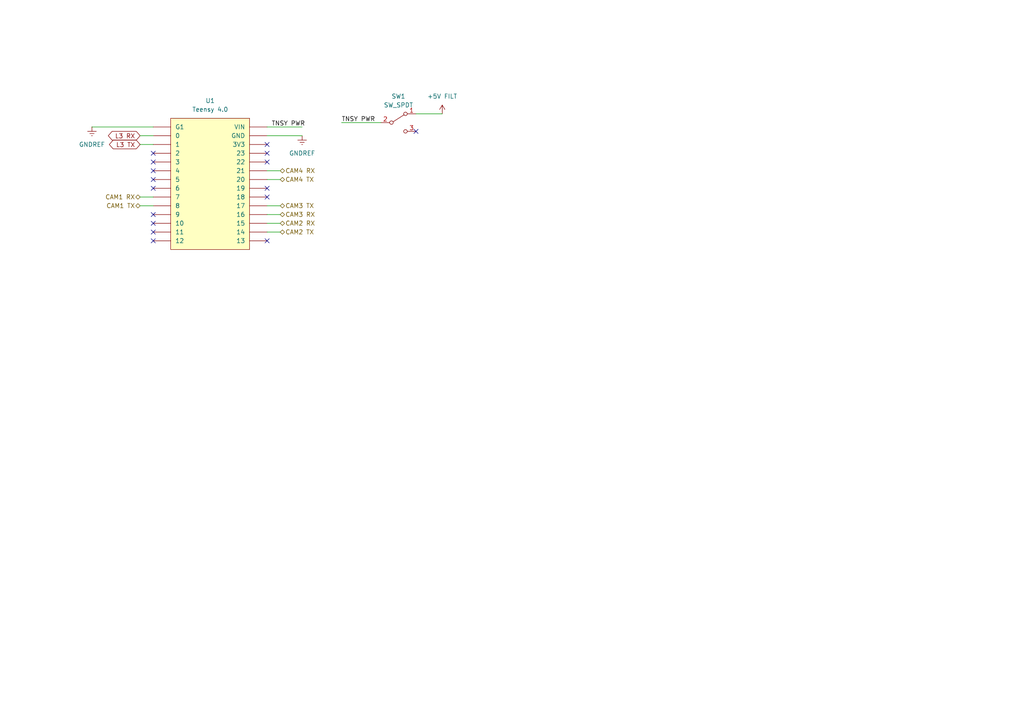
<source format=kicad_sch>
(kicad_sch (version 20231120) (generator "eeschema") (generator_version "8.0")
  (paper "A4")
  (lib_symbols
    (symbol "Library:Teensy 4.0" (pin_numbers hide) (pin_names (offset 1.27)) (in_bom no)
      (property "Reference" "U" (at -11.43 20.828 0))
      (property "Value" "Teensy 4.0" (at -11.43 -20.32 0))
      (symbol "Teensy 4.0_0_0"
        (rectangle (start -11.43 20.32) (end 11.43 -17.78) (stroke (width 0.1524)) (fill (type background)))
        (pin bidirectional line (at -16.51 10.16 0) (length 5.08) (name "2") (number "2"))
        (pin bidirectional line (at -16.51 7.62 0) (length 5.08) (name "3") (number "3"))
        (pin bidirectional line (at -16.51 5.08 0) (length 5.08) (name "4") (number "4"))
        (pin bidirectional line (at -16.51 2.54 0) (length 5.08) (name "5") (number "5"))
        (pin bidirectional line (at -16.51 0 0) (length 5.08) (name "6") (number "6"))
        (pin bidirectional line (at -16.51 -7.62 0) (length 5.08) (name "9") (number "9"))
        (pin power_in line (at -16.51 17.78 0) (length 5.08) (name "G1") (number "G1"))
        (pin power_in line (at 16.51 17.78 180) (length 5.08) (name "VIN") (number "VIN"))
      )
      (symbol "Teensy 4.0_1_0"
        (pin bidirectional line (at -16.51 15.24 0) (length 5.08) (name "0") (number "0"))
        (pin bidirectional line (at -16.51 12.7 0) (length 5.08) (name "1") (number "1"))
        (pin bidirectional line (at -16.51 -10.16 0) (length 5.08) (name "10") (number "10"))
        (pin bidirectional line (at -16.51 -12.7 0) (length 5.08) (name "11") (number "11"))
        (pin bidirectional line (at -16.51 -15.24 0) (length 5.08) (name "12") (number "12"))
        (pin bidirectional line (at 16.51 -15.24 180) (length 5.08) (name "13") (number "13"))
        (pin bidirectional line (at 16.51 -12.7 180) (length 5.08) (name "14") (number "14"))
        (pin bidirectional line (at 16.51 -10.16 180) (length 5.08) (name "15") (number "15"))
        (pin bidirectional line (at 16.51 -7.62 180) (length 5.08) (name "16") (number "16"))
        (pin bidirectional line (at 16.51 -5.08 180) (length 5.08) (name "17") (number "17"))
        (pin bidirectional line (at 16.51 -2.54 180) (length 5.08) (name "18") (number "18"))
        (pin bidirectional line (at 16.51 0 180) (length 5.08) (name "19") (number "19"))
        (pin bidirectional line (at 16.51 2.54 180) (length 5.08) (name "20") (number "20"))
        (pin bidirectional line (at 16.51 5.08 180) (length 5.08) (name "21") (number "21"))
        (pin bidirectional line (at 16.51 7.62 180) (length 5.08) (name "22") (number "22"))
        (pin bidirectional line (at 16.51 10.16 180) (length 5.08) (name "23") (number "23"))
        (pin power_in line (at 16.51 12.7 180) (length 5.08) (name "3V3") (number "3.3V_2"))
        (pin bidirectional line (at -16.51 -2.54 0) (length 5.08) (name "7") (number "7"))
        (pin bidirectional line (at -16.51 -5.08 0) (length 5.08) (name "8") (number "8"))
        (pin power_in line (at 16.51 15.24 180) (length 5.08) (name "GND") (number "G3"))
      )
    )
    (symbol "Switch:SW_SPDT" (pin_names (offset 0) hide)
      (property "Reference" "SW" (at 0 4.318 0))
      (property "Value" "SW_SPDT" (at 0 -5.08 0))
      (symbol "SW_SPDT_0_0"
        (circle (center -2.032 0) (radius 0.508))
        (circle (center 2.032 -2.54) (radius 0.508))
      )
      (symbol "SW_SPDT_0_1"
        (polyline (pts (xy -1.524 0.254) (xy 1.651 2.286)))
        (circle (center 2.032 2.54) (radius 0.508))
      )
      (symbol "SW_SPDT_1_1"
        (pin passive line (at 5.08 2.54 180) (length 2.54) (name "A") (number "1"))
        (pin passive line (at -5.08 0 0) (length 2.54) (name "B") (number "2"))
        (pin passive line (at 5.08 -2.54 180) (length 2.54) (name "C") (number "3"))
      )
    )
    (symbol "power:+5V" (power) (pin_names (offset 0))
      (property "Value" "+5V" (at 0 3.556 0))
      (symbol "+5V_0_1"
        (polyline (pts (xy -0.762 1.27) (xy 0 2.54)))
        (polyline (pts (xy 0 0) (xy 0 2.54)))
        (polyline (pts (xy 0 2.54) (xy 0.762 1.27)))
      )
      (symbol "+5V_1_1"
        (pin power_in line (at 0 0 90) (length 0) hide (name "+5V") (number "1"))
      )
    )
    (symbol "power:GNDREF" (power) (pin_numbers hide) (pin_names (offset 0) hide)
      (property "Value" "GNDREF" (at 0 -3.81 0))
      (symbol "GNDREF_0_1"
        (polyline (pts (xy -0.635 -1.905) (xy 0.635 -1.905)))
        (polyline (pts (xy -0.127 -2.54) (xy 0.127 -2.54)))
        (polyline (pts (xy 0 -1.27) (xy 0 0)))
        (polyline (pts (xy 1.27 -1.27) (xy -1.27 -1.27)))
      )
      (symbol "GNDREF_1_1"
        (pin power_in line (at 0 0 270) (length 0) (name "~") (number "1"))
      )
    )
  )
  (no_connect (at 44.45 62.23))
  (no_connect (at 44.45 44.45))
  (no_connect (at 44.45 54.61))
  (no_connect (at 44.45 49.53))
  (no_connect (at 77.47 44.45))
  (no_connect (at 44.45 67.31))
  (no_connect (at 44.45 69.85))
  (no_connect (at 120.65 38.1))
  (no_connect (at 77.47 69.85))
  (no_connect (at 77.47 46.99))
  (no_connect (at 77.47 41.91))
  (no_connect (at 77.47 57.15))
  (no_connect (at 44.45 46.99))
  (no_connect (at 77.47 54.61))
  (no_connect (at 44.45 64.77))
  (no_connect (at 44.45 52.07))
  (wire (pts (xy 40.64 59.69) (xy 44.45 59.69)))
  (wire (pts (xy 99.06 35.56) (xy 110.49 35.56)))
  (wire (pts (xy 81.28 59.69) (xy 77.47 59.69)))
  (wire (pts (xy 77.47 39.37) (xy 87.63 39.37)))
  (wire (pts (xy 81.28 67.31) (xy 77.47 67.31)))
  (wire (pts (xy 81.28 64.77) (xy 77.47 64.77)))
  (wire (pts (xy 120.65 33.02) (xy 128.27 33.02)))
  (wire (pts (xy 77.47 36.83) (xy 87.63 36.83)))
  (wire (pts (xy 81.28 49.53) (xy 77.47 49.53)))
  (wire (pts (xy 40.64 39.37) (xy 44.45 39.37)))
  (wire (pts (xy 40.64 57.15) (xy 44.45 57.15)))
  (wire (pts (xy 81.28 62.23) (xy 77.47 62.23)))
  (wire (pts (xy 44.45 36.83) (xy 26.67 36.83)))
  (wire (pts (xy 81.28 52.07) (xy 77.47 52.07)))
  (wire (pts (xy 40.64 41.91) (xy 44.45 41.91)))
  (label "TNSY PWR" (at 99.06 35.56 0))
  (label "TNSY PWR" (at 78.74 36.83 0))
  (global_label "L3 TX" (shape bidirectional) (at 40.64 41.91 180) (property "Intersheetrefs" "${INTERSHEET_REFS}" (effects (hide yes))))
  (global_label "L3 RX" (shape bidirectional) (at 40.64 39.37 180) (property "Intersheetrefs" "${INTERSHEET_REFS}" (effects (hide yes))))
  (hierarchical_label "CAM1 TX" (shape bidirectional) (at 40.64 59.69 180))
  (hierarchical_label "CAM4 TX" (shape bidirectional) (at 81.28 52.07 0))
  (hierarchical_label "CAM4 RX" (shape bidirectional) (at 81.28 49.53 0))
  (hierarchical_label "CAM3 TX" (shape bidirectional) (at 81.28 59.69 0))
  (hierarchical_label "CAM3 RX" (shape bidirectional) (at 81.28 62.23 0))
  (hierarchical_label "CAM2 RX" (shape bidirectional) (at 81.28 64.77 0))
  (hierarchical_label "CAM2 TX" (shape bidirectional) (at 81.28 67.31 0))
  (hierarchical_label "CAM1 RX" (shape bidirectional) (at 40.64 57.15 180))
  (symbol (lib_id "Switch:SW_SPDT") (at 115.57 35.56 0) (unit 1)
    (property "Reference" "SW1" (at 115.57 27.94 0))
    (property "Value" "SW_SPDT" (at 115.57 30.48 0))
    (property "Footprint" "Library:SS12D00G3" (effects (hide yes)))
  )
  (symbol (lib_id "power:GNDREF") (at 26.67 36.83 0) (mirror y) (unit 1)
    (property "Reference" "#PWR01" (effects (hide yes)))
    (property "Value" "GNDREF" (at 26.67 41.91 0))
    (property "Description" "Power symbol creates a global label with name \"GNDREF\" , reference supply ground" (effects (hide yes)))
  )
  (symbol (lib_id "Library:Teensy 4.0") (at 60.96 54.61 0) (unit 1) (in_bom no)
    (property "Reference" "U1" (at 60.96 29.21 0))
    (property "Value" "Teensy 4.0" (at 60.96 31.75 0))
    (property "Footprint" "Library:Teensy 4.0" (effects (hide yes)))
  )
  (symbol (lib_id "power:+5V") (at 128.27 33.02 0) (unit 1)
    (property "Reference" "#PWR03" (effects (hide yes)))
    (property "Value" "+5V FILT" (at 128.27 27.94 0))
    (property "Description" "Power symbol creates a global label with name \"+5V\"" (effects (hide yes)))
  )
  (symbol (lib_id "power:GNDREF") (at 87.63 39.37 0) (unit 1)
    (property "Reference" "#PWR02" (effects (hide yes)))
    (property "Value" "GNDREF" (at 87.63 44.45 0))
    (property "Description" "Power symbol creates a global label with name \"GNDREF\" , reference supply ground" (effects (hide yes)))
  )
)
</source>
